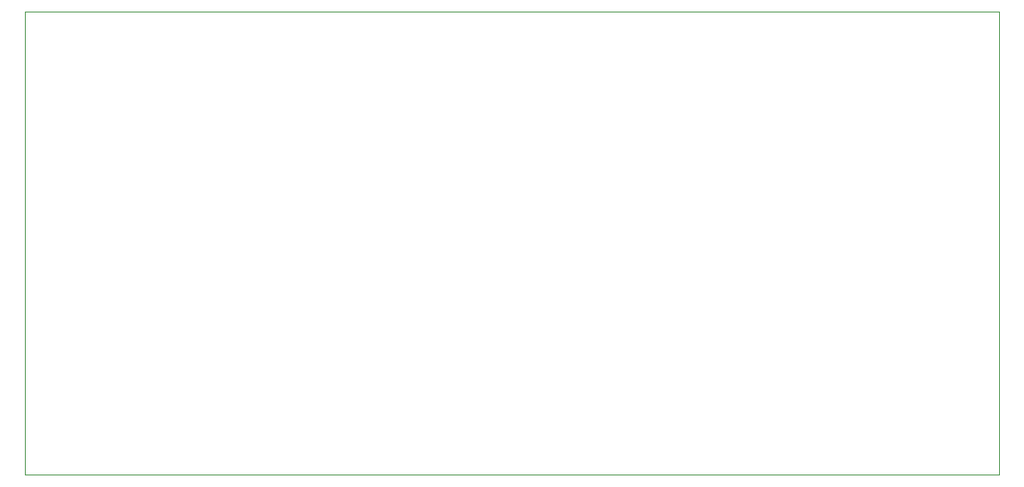
<source format=gbr>
%TF.GenerationSoftware,KiCad,Pcbnew,(6.0.2)*%
%TF.CreationDate,2022-03-10T00:50:20-05:00*%
%TF.ProjectId,controller,636f6e74-726f-46c6-9c65-722e6b696361,rev?*%
%TF.SameCoordinates,Original*%
%TF.FileFunction,Profile,NP*%
%FSLAX46Y46*%
G04 Gerber Fmt 4.6, Leading zero omitted, Abs format (unit mm)*
G04 Created by KiCad (PCBNEW (6.0.2)) date 2022-03-10 00:50:20*
%MOMM*%
%LPD*%
G01*
G04 APERTURE LIST*
%TA.AperFunction,Profile*%
%ADD10C,0.100000*%
%TD*%
G04 APERTURE END LIST*
D10*
X183896000Y-101854000D02*
X183896000Y-54610000D01*
X84582000Y-54610000D02*
X84582000Y-101854000D01*
X183896000Y-54610000D02*
X84582000Y-54610000D01*
X84582000Y-101854000D02*
X183896000Y-101854000D01*
M02*

</source>
